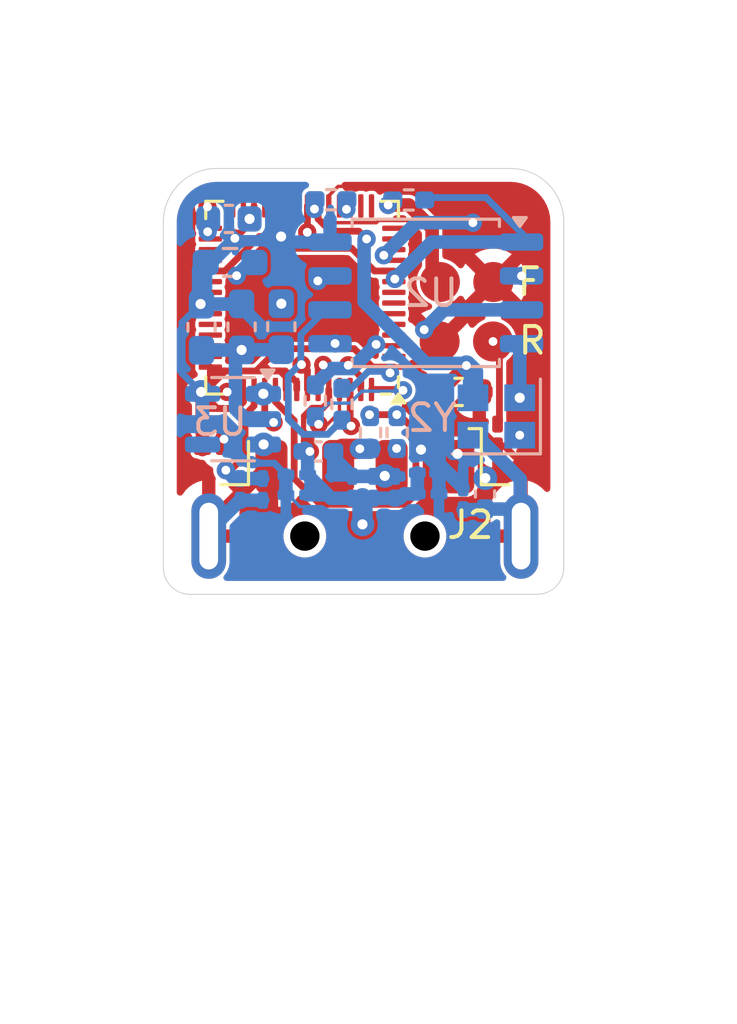
<source format=kicad_pcb>
(kicad_pcb (version 20241229) (generator "pcbnew") (generator_version "9.0")
  (layers (0 "F.Cu" signal "Front") (4 "In1.Cu" signal) (6 "In2.Cu" signal) (2 "B.Cu" signal "Back") (13 "F.Paste" user) (15 "B.Paste" user) (5 "F.SilkS" user "F.Silkscreen") (7 "B.SilkS" user "B.Silkscreen") (1 "F.Mask" user) (3 "B.Mask" user) (25 "Edge.Cuts" user))
  (net 0 "")
  (net 1 "GND")
  (net 2 "Net-(U1-RUN)")
  (net 3 "+3.3V")
  (net 4 "Net-(J2-VBUS)")
  (net 5 "Net-(U1-XIN)")
  (net 6 "Net-(J2-D+)")
  (net 7 "Net-(J2-D-)")
  (net 8 "Net-(U1-USB_DM)")
  (net 9 "Net-(U1-USB_DP)")
  (net 10 "Net-(U1-XOUT)")
  (net 11 "Net-(U1-QSPI_SS)")
  (net 30 "Net-(U1-QSPI_SD0)")
  (net 31 "Net-(U1-QSPI_SD3)")
  (net 37 "Net-(U1-QSPI_SD1)")
  (net 39 "Net-(U1-QSPI_SD2)")
  (net 43 "Net-(U1-QSPI_SCLK)")
  (net 49 "Net-(R3-Pad2)")
  (net 50 "Net-(C23-Pad1)")
  (net 52 "+1V1")
  (net 53 "Net-(U2-~{CS})")
  (net 54 "Net-(U2-CLK)")
  (net 55 "Net-(U1-ADC_AVDD)")
  (footprint "Capacitor_SMD:C_0201_0603Metric_Pad0.64x0.40mm_HandSolder" (layer "F.Cu") (at 152.35 164.1425 90)
    (property "Reference" "C21" (hide yes))
    (property "Value" "100nF" (hide yes))
  )
  (footprint "Capacitor_SMD:C_0603_1608Metric" (layer "F.Cu") (at 150.89 162.53)
    (property "Reference" "C22" (hide yes))
    (property "Value" "15pF" (hide yes))
  )
  (footprint "Capacitor_SMD:C_0201_0603Metric_Pad0.64x0.40mm_HandSolder" (layer "F.Cu") (at 141.6925 163.9)
    (property "Reference" "C10" (hide yes))
    (property "Value" "100nF" (hide yes))
  )
  (footprint "Capacitor_SMD:C_0201_0603Metric_Pad0.64x0.40mm_HandSolder" (layer "F.Cu") (at 141.7025 164.69)
    (property "Reference" "C11" (hide yes))
    (property "Value" "100nF" (hide yes))
  )
  (footprint "Package_DFN_QFN:QFN-56-1EP_7x7mm_P0.4mm_EP3.2x3.2mm" (layer "F.Cu") (at 145.0275 159 180)
    (property "Reference" "U1" (hide yes))
    (property "Value" "RP2040" (hide yes))
  )
  (footprint "Connector_USB:USB_A_Molex_48037-2200_Horizontal" (layer "F.Cu") (at 147.38 176.305 -90)
    (property "Reference" "J2")
    (property "Value" "USB_A" (hide yes))
  )
  (footprint "Button_Switch_SMD:SWPAD" (layer "F.Cu") (at 151.68 159.39)
    (property "Reference" "SW2" (hide yes))
    (property "Value" "RESET" (hide yes))
  )
  (footprint "Button_Switch_SMD:SWPAD" (layer "F.Cu") (at 151.69 157.1625)
    (property "Reference" "SW1" (hide yes))
    (property "Value" "FLASH" (hide yes))
  )
  (footprint "Capacitor_SMD:C_0201_0603Metric_Pad0.64x0.40mm_HandSolder" (layer "B.Cu") (at 148.5 166.1 90)
    (property "Reference" "C6" (hide yes))
    (property "Value" "100nf" (hide yes))
  )
  (footprint "Capacitor_SMD:C_0201_0603Metric_Pad0.64x0.40mm_HandSolder" (layer "B.Cu") (at 144.8275 165.6325)
    (property "Reference" "C14" (hide yes))
    (property "Value" "100nF" (hide yes))
  )
  (footprint "Capacitor_SMD:C_0201_0603Metric_Pad0.64x0.40mm_HandSolder" (layer "B.Cu") (at 143.55 166.1825 -90)
    (property "Reference" "C5" (hide yes))
    (property "Value" "100nF" (hide yes))
  )
  (footprint "Capacitor_SMD:C_0201_0603Metric_Pad0.64x0.40mm_HandSolder" (layer "B.Cu") (at 146.91 166.1 -90)
    (property "Reference" "C16" (hide yes))
    (property "Value" "100nF" (hide yes))
  )
  (footprint "Capacitor_SMD:C_0603_1608Metric_Pad1.08x0.95mm_HandSolder" (layer "B.Cu") (at 142.76 160.095 -90)
    (property "Reference" "C3" (hide yes))
    (property "Value" "10uF" (hide yes))
  )
  (footprint "Capacitor_SMD:C_0201_0603Metric_Pad0.64x0.40mm_HandSolder" (layer "B.Cu") (at 147.7 166.1 -90)
    (property "Reference" "C17" (hide yes))
    (property "Value" "100nF" (hide yes))
  )
  (footprint "Package_TO_SOT_SMD:SOT-23-5" (layer "B.Cu") (at 142.4375 163.55 180)
    (property "Reference" "U3")
    (property "Value" "TLV75533PDBV" (hide yes))
  )
  (footprint "Package_SO:SOIC-8_5.3x5.3mm_P1.27mm" (layer "B.Cu") (at 149.66 158.82 180)
    (property "Reference" "U2")
    (property "Value" "W25Q128JVS" (hide yes))
  )
  (footprint "Capacitor_SMD:C_0201_0603Metric_Pad0.64x0.40mm_HandSolder" (layer "B.Cu") (at 149.75 165.56 180)
    (property "Reference" "C12" (hide yes))
    (property "Value" "100nF" (hide yes))
  )
  (footprint "Resistor_SMD:R_0402_1005Metric_Pad0.72x0.64mm_HandSolder" (layer "B.Cu") (at 148.59 164.0525 90)
    (property "Reference" "R5" (hide yes))
    (property "Value" "27" (hide yes))
  )
  (footprint "Capacitor_SMD:C_0402_1005Metric_Pad0.74x0.62mm_HandSolder" (layer "B.Cu") (at 145.6375 164.76 180)
    (property "Reference" "C9" (hide yes))
    (property "Value" "1uF" (hide yes))
  )
  (footprint "Resistor_SMD:R_0402_1005Metric_Pad0.72x0.64mm_HandSolder" (layer "B.Cu") (at 146.52 162.99 -90)
    (property "Reference" "R8" (hide yes))
    (property "Value" "47k" (hide yes))
  )
  (footprint "Capacitor_SMD:C_0603_1608Metric" (layer "B.Cu") (at 142.285 156.05)
    (property "Reference" "C23" (hide yes))
    (property "Value" "15pF" (hide yes))
  )
  (footprint "Capacitor_SMD:C_0201_0603Metric_Pad0.64x0.40mm_HandSolder" (layer "B.Cu") (at 149.7475 166.35 180)
    (property "Reference" "C13" (hide yes))
    (property "Value" "100nF" (hide yes))
  )
  (footprint "Capacitor_SMD:C_0603_1608Metric_Pad1.08x0.95mm_HandSolder" (layer "B.Cu") (at 141.26 160.1075 -90)
    (property "Reference" "C2" (hide yes))
    (property "Value" "10uF" (hide yes))
  )
  (footprint "Capacitor_SMD:C_0603_1608Metric_Pad1.08x0.95mm_HandSolder" (layer "B.Cu") (at 144.25 160.0875 -90)
    (property "Reference" "C1" (hide yes))
    (property "Value" "10uF" (hide yes))
  )
  (footprint "Capacitor_SMD:C_0201_0603Metric_Pad0.64x0.40mm_HandSolder" (layer "B.Cu") (at 142.7 166.18 -90)
    (property "Reference" "C4" (hide yes))
    (property "Value" "100nF" (hide yes))
  )
  (footprint "Capacitor_SMD:C_0201_0603Metric_Pad0.64x0.40mm_HandSolder" (layer "B.Cu") (at 144.8275 166.3825)
    (property "Reference" "C20" (hide yes))
    (property "Value" "100nF")
  )
  (footprint "Resistor_SMD:R_0402_1005Metric_Pad0.72x0.64mm_HandSolder" (layer "B.Cu") (at 147.59 164.0525 90)
    (property "Reference" "R6" (hide yes))
    (property "Value" "27" (hide yes))
  )
  (footprint "Resistor_SMD:R_0402_1005Metric_Pad0.72x0.64mm_HandSolder" (layer "B.Cu") (at 146.1075 155.33 180)
    (property "Reference" "R4" (hide yes))
    (property "Value" "1k" (hide yes))
  )
  (footprint "Resistor_SMD:R_0402_1005Metric_Pad0.72x0.64mm_HandSolder" (layer "B.Cu") (at 145.52 162.8625 -90)
    (property "Reference" "R7" (hide yes))
    (property "Value" "47k" (hide yes))
  )
  (footprint "Crystal:Crystal_SMD_2520-4Pin_2.5x2.0mm" (layer "B.Cu") (at 152.305 163.45 180)
    (property "Reference" "Y2")
    (property "Value" "XYDBPCNANF-12MHZ" (hide yes))
  )
  (footprint "Capacitor_SMD:C_0201_0603Metric_Pad0.64x0.40mm_HandSolder" (layer "B.Cu") (at 151.06 166.5325 -90)
    (property "Reference" "C15" (hide yes))
    (property "Value" "100nF" (hide yes))
  )
  (footprint "Capacitor_SMD:C_0402_1005Metric_Pad0.74x0.62mm_HandSolder" (layer "B.Cu") (at 151.88 166.35 -90)
    (property "Reference" "C8" (hide yes))
    (property "Value" "1uF" (hide yes))
  )
  (footprint "Resistor_SMD:R_0603_1608Metric_Pad0.98x0.95mm_HandSolder" (layer "B.Cu") (at 142.3275 157.68)
    (property "Reference" "R9" (hide yes))
    (property "Value" "10" (hide yes))
  )
  (footprint "Resistor_SMD:R_0402_1005Metric_Pad0.72x0.64mm_HandSolder" (layer "B.Cu") (at 149.0225 155.34 180)
    (property "Reference" "R3" (hide yes))
    (property "Value" "1k" (hide yes))
  )
  (gr_arc (start 152.83 154.16) (mid 154.244214 154.745786) (end 154.83 156.16) (stroke (width 0.0381)) (layer "Edge.Cuts"))
  (gr_arc (start 154.83 169.11) (mid 154.537107 169.817107) (end 153.83 170.11) (stroke (width 0.0381)) (layer "Edge.Cuts"))
  (gr_arc (start 139.83 156.16) (mid 140.415786 154.745786) (end 141.83 154.16) (stroke (width 0.0381)) (layer "Edge.Cuts"))
  (gr_line (start 141.83 154.16) (end 152.83 154.16) (stroke (width 0.0381)) (layer "Edge.Cuts"))
  (gr_line (start 140.83 170.11) (end 153.83 170.11) (stroke (width 0.0381)) (layer "Edge.Cuts"))
  (gr_arc (start 140.83 170.11) (mid 140.122893 169.817107) (end 139.83 169.11) (stroke (width 0.0381)) (layer "Edge.Cuts"))
  (gr_line (start 139.83 169.11) (end 139.83 156.16) (stroke (width 0.0381)) (layer "Edge.Cuts"))
  (gr_line (start 154.83 156.16) (end 154.83 169.11) (stroke (width 0.0381)) (layer "Edge.Cuts"))
  (gr_text "F" (at 153.01 158.99 0) (layer "F.SilkS") (effects (font (size 1 1)) (justify left bottom)))
  (gr_text "R" (at 153.05 161.19 0) (layer "F.SilkS") (effects (font (size 1 1)) (justify left bottom)))
  (segment (start 153 164.95) (end 153.15 164.95) (width 0.254) (layer "F.Cu") (net 1))
  (segment (start 152.33489 164.55) (end 151.665 163.88011) (width 0.254) (layer "F.Cu") (net 1))
  (segment (start 148.953918 156.1085) (end 149.22 156.374582) (width 0.127) (layer "F.Cu") (net 1))
  (segment (start 151.665 163.88011) (end 151.665 162.53) (width 0.254) (layer "F.Cu") (net 1))
  (segment (start 142.1 163.9) (end 142.1 164.68) (width 0.254) (layer "F.Cu") (net 1))
  (segment (start 146.219 156.1915) (end 147.8085 156.1915) (width 0.127) (layer "F.Cu") (net 1))
  (segment (start 146.0275 155.5625) (end 146.0275 156) (width 0.127) (layer "F.Cu") (net 1))
  (segment (start 149.22 156.374582) (end 149.22 156.49) (width 0.127) (layer "F.Cu") (net 1))
  (segment (start 141.52 167.54) (end 143.87 165.19) (width 0.508) (layer "F.Cu") (net 1))
  (segment (start 146.0275 156) (end 146.219 156.1915) (width 0.127) (layer "F.Cu") (net 1))
  (segment (start 152.35 164.55) (end 152.6 164.55) (width 0.254) (layer "F.Cu") (net 1))
  (segment (start 146.0275 155.182082) (end 146.379582 154.83) (width 0.127) (layer "F.Cu") (net 1))
  (segment (start 146.0275 155.5625) (end 146.0275 155.182082) (width 0.127) (layer "F.Cu") (net 1))
  (segment (start 146.379582 154.83) (end 146.75 154.83) (width 0.127) (layer "F.Cu") (net 1))
  (segment (start 151.275058 162.53) (end 150.652529 163.152529) (width 0.254) (layer "F.Cu") (net 1))
  (segment (start 152.35 164.55) (end 152.33489 164.55) (width 0.254) (layer "F.Cu") (net 1))
  (segment (start 147.8915 156.1085) (end 148.953918 156.1085) (width 0.127) (layer "F.Cu") (net 1))
  (segment (start 147.8085 156.1915) (end 147.8915 156.1085) (width 0.127) (layer "F.Cu") (net 1))
  (segment (start 151.665 162.53) (end 151.275058 162.53) (width 0.254) (layer "F.Cu") (net 1))
  (segment (start 142.1 164.68) (end 142.11 164.69) (width 0.254) (layer "F.Cu") (net 1))
  (segment (start 141.52 167.79) (end 141.52 167.54) (width 0.508) (layer "F.Cu") (net 1))
  (segment (start 152.6 164.55) (end 153 164.95) (width 0.254) (layer "F.Cu") (net 1))
  (via (at 142.76 160.9575) (size 0.889) (drill 0.381) (layers "F.Cu" "B.Cu") (net 1))
  (via (at 147.29 167.49) (size 0.889) (drill 0.381) (layers "F.Cu" "B.Cu") (net 1))
  (via (at 153.18 162.75) (size 0.889) (drill 0.381) (layers "F.Cu" "B.Cu") (net 1))
  (via micro (at 142.1 164.3) (size 0.6858) (drill 0.3302) (layers "F.Cu" "In1.Cu") (net 1))
  (segment (start 145.235 166.3825) (end 145.98 166.3825) (width 0.508) (layer "B.Cu") (net 1))
  (segment (start 153.18 160.7925) (end 153.2475 160.725) (width 0.508) (layer "B.Cu") (net 1))
  (segment (start 151.43 164.15) (end 151.55 164.15) (width 0.508) (layer "B.Cu") (net 1))
  (segment (start 145.235 164.79) (end 145.135 164.69) (width 0.508) (layer "B.Cu") (net 1))
  (segment (start 147.29 167.49) (end 147.29 166.5125) (width 0.762) (layer "B.Cu") (net 1))
  (segment (start 148.85 166.35) (end 149.34 166.35) (width 0.508) (layer "B.Cu") (net 1))
  (segment (start 141.5 167.45) (end 141.8375 167.45) (width 0.508) (layer "B.Cu") (net 1))
  (segment (start 145.135 164.635) (end 145.135 164.69) (width 0.508) (layer "B.Cu") (net 1))
  (segment (start 142.7 166.5875) (end 143.5475 166.5875) (width 0.508) (layer "B.Cu") (net 1))
  (segment (start 152.6675 166.9175) (end 153.2 167.45) (width 0.508) (layer "B.Cu") (net 1))
  (segment (start 142.5305 161.0695) (end 142.5305 163.167999) (width 0.508) (layer "B.Cu") (net 1))
  (segment (start 146.11 166.5125) (end 147.29 166.5125) (width 0.508) (layer "B.Cu") (net 1))
  (segment (start 142.5305 163.167999) (end 142.912501 163.55) (width 0.508) (layer "B.Cu") (net 1))
  (segment (start 153.18 162.75) (end 153.18 160.7925) (width 0.508) (layer "B.Cu") (net 1))
  (segment (start 151.55 164.15) (end 153.2 165.8) (width 0.508) (layer "B.Cu") (net 1))
  (segment (start 144.25 160.95) (end 142.7675 160.95) (width 0.508) (layer "B.Cu") (net 1))
  (segment (start 145.235 165.6325) (end 145.235 166.3825) (width 0.254) (layer "B.Cu") (net 1))
  (segment (start 151.06 166.94) (end 151.8575 166.94) (width 0.508) (layer "B.Cu") (net 1))
  (segment (start 145.235 165.6375) (end 145.235 165.6325) (width 0.508) (layer "B.Cu") (net 1))
  (segment (start 145.235 165.6325) (end 145.235 164.79) (width 0.508) (layer "B.Cu") (net 1))
  (segment (start 146.11 166.5125) (end 145.235 165.6375) (width 0.508) (layer "B.Cu") (net 1))
  (segment (start 142.6425 160.9575) (end 142.6375 160.9625) (width 0.508) (layer "B.Cu") (net 1))
  (segment (start 151.88 166.9175) (end 152.6675 166.9175) (width 0.508) (layer "B.Cu") (net 1))
  (segment (start 141.1625 160.95) (end 141.15 160.9625) (width 0.254) (layer "B.Cu") (net 1))
  (segment (start 148.6875 166.5125) (end 148.85 166.35) (width 0.508) (layer "B.Cu") (net 1))
  (segment (start 142.7675 160.95) (end 142.76 160.9575) (width 0.508) (layer "B.Cu") (net 1))
  (segment (start 149.34 165.5625) (end 149.3425 165.56) (width 0.254) (layer "B.Cu") (net 1))
  (segment (start 145.98 166.3825) (end 146.11 166.5125) (width 0.508) (layer "B.Cu") (net 1))
  (segment (start 142.6425 160.9575) (end 142.5305 161.0695) (width 0.508) (layer "B.Cu") (net 1))
  (segment (start 149.3425 166.3475) (end 149.34 166.35) (width 0.508) (layer "B.Cu") (net 1))
  (segment (start 151.8575 166.94) (end 151.88 166.9175) (width 0.508) (layer "B.Cu") (net 1))
  (segment (start 142.912501 163.55) (end 143.575 163.55) (width 0.508) (layer "B.Cu") (net 1))
  (segment (start 147.29 166.5125) (end 148.6875 166.5125) (width 0.508) (layer "B.Cu") (net 1))
  (segment (start 149.3425 165.56) (end 149.3425 166.3475) (width 0.508) (layer "B.Cu") (net 1))
  (segment (start 142.76 160.9575) (end 142.6425 160.9575) (width 0.508) (layer "B.Cu") (net 1))
  (segment (start 141.8375 167.45) (end 142.7 166.5875) (width 0.508) (layer "B.Cu") (net 1))
  (segment (start 143.5475 166.5875) (end 143.55 166.59) (width 0.508) (layer "B.Cu") (net 1))
  (segment (start 153.2 165.8) (end 153.2 167.45) (width 0.508) (layer "B.Cu") (net 1))
  (segment (start 142.6375 160.9625) (end 141.15 160.9625) (width 0.508) (layer "B.Cu") (net 1))
  (via micro (at 143.06 156.05) (size 0.889) (drill 0.381) (layers "In1.Cu" "B.Cu") (net 1))
  (segment (start 152.42 163.665) (end 152.35 163.735) (width 0.254) (layer "F.Cu") (net 2))
  (segment (start 152.18 160.64) (end 152.42 160.88) (width 0.254) (layer "F.Cu") (net 2))
  (segment (start 143.2275 155.5625) (end 143.2275 156.058355) (width 0.254) (layer "F.Cu") (net 2))
  (segment (start 143.2275 156.058355) (end 142.507355 156.7785) (width 0.254) (layer "F.Cu") (net 2))
  (segment (start 152.42 160.88) (end 152.42 163.665) (width 0.254) (layer "F.Cu") (net 2))
  (via micro (at 152.18 160.64) (size 0.6858) (drill 0.3302) (layers "F.Cu" "In1.Cu") (net 2))
  (via micro (at 142.507355 156.7785) (size 0.6858) (drill 0.3302) (layers "F.Cu" "In1.Cu") (net 2))
  (segment (start 141.2445 162.5445) (end 141.2445 162.53) (width 0.254) (layer "F.Cu") (net 3))
  (segment (start 141.2445 162.5745) (end 141.285 162.615) (width 0.508) (layer "F.Cu") (net 3))
  (segment (start 144.8275 156.0325) (end 144.8275 155.5625) (width 0.254) (layer "F.Cu") (net 3))
  (segment (start 142.155 161.745) (end 141.37 162.53) (width 0.254) (layer "F.Cu") (net 3))
  (segment (start 148.465 161.6) (end 147.67 161.6) (width 0.254) (layer "F.Cu") (net 3))
  (segment (start 147.7375 158) (end 146.8875 157.15) (width 0.254) (layer "F.Cu") (net 3))
  (segment (start 141.59 162.31) (end 141.59 161.98) (width 0.254) (layer "F.Cu") (net 3))
  (segment (start 144.4275 161.967278) (end 144.205222 161.745) (width 0.254) (layer "F.Cu") (net 3))
  (segment (start 142.8275 162.907722) (end 142.585222 163.15) (width 0.254) (layer "F.Cu") (net 3))
  (segment (start 146.8875 157.15) (end 144.68 157.15) (width 0.254) (layer "F.Cu") (net 3))
  (segment (start 141.73 163.03) (end 141.2445 162.5445) (width 0.254) (layer "F.Cu") (net 3))
  (segment (start 141.73 163.15) (end 141.285 163.15) (width 0.254) (layer "F.Cu") (net 3))
  (segment (start 144.145 160.91) (end 143.5575 161.4975) (width 0.254) (layer "F.Cu") (net 3))
  (segment (start 142.13 158) (end 143.42 156.71) (width 0.254) (layer "F.Cu") (net 3))
  (segment (start 142.12 163.15) (end 141.85 163.15) (width 0.254) (layer "F.Cu") (net 3))
  (segment (start 141.825 161.745) (end 141.59 161.98) (width 0.254) (layer "F.Cu") (net 3))
  (segment (start 141.295 164.69) (end 141.295 163.91) (width 0.508) (layer "F.Cu") (net 3))
  (segment (start 141.295 163.91) (end 141.285 163.9) (width 0.508) (layer "F.Cu") (net 3))
  (segment (start 142.12 163.15) (end 141.73 163.15) (width 0.254) (layer "F.Cu") (net 3))
  (segment (start 148.465 158) (end 147.7375 158) (width 0.254) (layer "F.Cu") (net 3))
  (segment (start 146.98 160.91) (end 144.145 160.91) (width 0.254) (layer "F.Cu") (net 3))
  (segment (start 144.24 156.71) (end 144.24 156.62) (width 0.254) (layer "F.Cu") (net 3))
  (segment (start 141.285 163.9) (end 141.285 163.15) (width 0.508) (layer "F.Cu") (net 3))
  (segment (start 141.73 163.15) (end 141.73 163.03) (width 0.254) (layer "F.Cu") (net 3))
  (segment (start 144.205222 161.745) (end 143.98 161.745) (width 0.254) (layer "F.Cu") (net 3))
  (segment (start 141.85 163.15) (end 141.73 163.03) (width 0.254) (layer "F.Cu") (net 3))
  (segment (start 141.37 162.53) (end 141.59 162.31) (width 0.254) (layer "F.Cu") (net 3))
  (segment (start 144.4275 162.4375) (end 144.4275 161.967278) (width 0.254) (layer "F.Cu") (net 3))
  (segment (start 144.8275 162.1725) (end 144.4 161.745) (width 0.254) (layer "F.Cu") (net 3))
  (segment (start 143.805 161.745) (end 143.5575 161.4975) (width 0.254) (layer "F.Cu") (net 3))
  (segment (start 142.155 161.745) (end 141.735 161.745) (width 0.254) (layer "F.Cu") (net 3))
  (segment (start 143.42 156.71) (end 144.24 156.71) (width 0.254) (layer "F.Cu") (net 3))
  (segment (start 142.585222 163.15) (end 142.12 163.15) (width 0.254) (layer "F.Cu") (net 3))
  (segment (start 142.8275 162.4375) (end 142.8275 162.907722) (width 0.254) (layer "F.Cu") (net 3))
  (segment (start 141.2445 162.53) (end 141.2445 162.5745) (width 0.508) (layer "F.Cu") (net 3))
  (segment (start 141.59 158) (end 142.13 158) (width 0.254) (layer "F.Cu") (net 3))
  (segment (start 144.8275 162.4375) (end 144.8275 162.1725) (width 0.254) (layer "F.Cu") (net 3))
  (segment (start 142.155 161.745) (end 141.825 161.745) (width 0.254) (layer "F.Cu") (net 3))
  (segment (start 141.735 161.745) (end 141.59 161.6) (width 0.254) (layer "F.Cu") (net 3))
  (segment (start 144.4 161.745) (end 143.98 161.745) (width 0.254) (layer "F.Cu") (net 3))
  (segment (start 147.67 161.6) (end 146.98 160.91) (width 0.254) (layer "F.Cu") (net 3))
  (segment (start 144.68 157.15) (end 144.24 156.71) (width 0.254) (layer "F.Cu") (net 3))
  (segment (start 143.98 161.745) (end 143.805 161.745) (width 0.254) (layer "F.Cu") (net 3))
  (segment (start 141.2445 162.53) (end 141.37 162.53) (width 0.254) (layer "F.Cu") (net 3))
  (segment (start 143.5575 161.4975) (end 143.31 161.745) (width 0.254) (layer "F.Cu") (net 3))
  (segment (start 141.59 161.6) (end 141.59 161.98) (width 0.254) (layer "F.Cu") (net 3))
  (segment (start 143.31 161.745) (end 142.155 161.745) (width 0.254) (layer "F.Cu") (net 3))
  (segment (start 141.285 162.615) (end 141.285 163.15) (width 0.508) (layer "F.Cu") (net 3))
  (segment (start 144.24 156.62) (end 144.8275 156.0325) (width 0.254) (layer "F.Cu") (net 3))
  (segment (start 143.98 161.745) (end 143.31 161.745) (width 0.254) (layer "F.Cu") (net 3))
  (via (at 144.24 156.71) (size 0.889) (drill 0.381) (layers "F.Cu" "B.Cu") (net 3))
  (via (at 141.2445 162.53) (size 0.889) (drill 0.381) (layers "F.Cu" "B.Cu") (net 3))
  (segment (start 149.4815 164.690507) (end 150.1575 165.366507) (width 0.508) (layer "B.Cu") (net 3))
  (segment (start 143.9875 165.2) (end 143.16 165.2) (width 0.254) (layer "B.Cu") (net 3))
  (segment (start 150.1575 165.56) (end 150.495 165.56) (width 0.508) (layer "B.Cu") (net 3))
  (segment (start 150.495 165.56) (end 150.7375 165.8025) (width 0.508) (layer "B.Cu") (net 3))
  (segment (start 150.1575 164.4925) (end 150.1575 165.2225) (width 0.508) (layer "B.Cu") (net 3))
  (segment (start 150.155 166.35) (end 150.155 165.5625) (width 0.508) (layer "B.Cu") (net 3))
  (segment (start 144.42 165.6325) (end 143.9875 165.2) (width 0.254) (layer "B.Cu") (net 3))
  (segment (start 141.3 162.6) (end 140.53 161.83) (width 0.254) (layer "B.Cu") (net 3))
  (segment (start 144.947986 166.828) (end 145.44 166.828) (width 0.127) (layer "B.Cu") (net 3))
  (segment (start 150.1575 165.2225) (end 150.7375 165.8025) (width 0.508) (layer "B.Cu") (net 3))
  (segment (start 150.1575 165.366507) (end 150.1575 165.56) (width 0.508) (layer "B.Cu") (net 3))
  (segment (start 140.53 159.932) (end 141.2245 159.2375) (width 0.254) (layer "B.Cu") (net 3))
  (segment (start 150.1575 164.4925) (end 150.16 164.49) (width 0.508) (layer "B.Cu") (net 3))
  (segment (start 142.65 159.225) (end 142.65 159.25) (width 0.508) (layer "B.Cu") (net 3))
  (segment (start 141.15 159.2375) (end 141.15 157.945) (width 0.508) (layer "B.Cu") (net 3))
  (segment (start 151.07 164.95) (end 151.07 164.97) (width 0.254) (layer "B.Cu") (net 3))
  (segment (start 142.46 156.84) (end 142.33 156.97) (width 0.508) (layer "B.Cu") (net 3))
  (segment (start 146.27 165.0525) (end 146.91 165.6925) (width 0.508) (layer "B.Cu") (net 3))
  (segment (start 140.53 161.83) (end 140.53 159.932) (width 0.254) (layer "B.Cu") (net 3))
  (segment (start 150.1575 165.56) (end 150.1575 164.4925) (width 0.508) (layer "B.Cu") (net 3))
  (segment (start 146.91 165.6925) (end 148.5 165.6925) (width 0.508) (layer "B.Cu") (net 3))
  (segment (start 144.502486 166.3825) (end 144.947986 166.828) (width 0.127) (layer "B.Cu") (net 3))
  (segment (start 150.7375 165.8025) (end 151.06 166.125) (width 0.508) (layer "B.Cu") (net 3))
  (segment (start 150.62 164.95) (end 151.07 164.95) (width 0.254) (layer "B.Cu") (net 3))
  (segment (start 142.65 159.25) (end 143.5 160.1) (width 0.508) (layer "B.Cu") (net 3))
  (segment (start 141.415 157.68) (end 141.62 157.68) (width 0.508) (layer "B.Cu") (net 3))
  (segment (start 150.155 165.5625) (end 150.1575 165.56) (width 0.508) (layer "B.Cu") (net 3))
  (segment (start 141.62 157.68) (end 142.46 156.84) (width 0.508) (layer "B.Cu") (net 3))
  (segment (start 146.27 164.69) (end 146.27 165.0525) (width 0.508) (layer "B.Cu") (net 3))
  (segment (start 144.42 166.3825) (end 144.42 165.6325) (width 0.508) (layer "B.Cu") (net 3))
  (segment (start 141.15 157.945) (end 141.415 157.68) (width 0.508) (layer "B.Cu") (net 3))
  (segment (start 150.16 164.49) (end 150.62 164.95) (width 0.254) (layer "B.Cu") (net 3))
  (segment (start 144.42 166.3825) (end 144.502486 166.3825) (width 0.127) (layer "B.Cu") (net 3))
  (via micro (at 141.2245 159.2375) (size 0.889) (drill 0.381) (layers "In2.Cu" "B.Cu") (net 3))
  (via micro (at 148.123255 165.676092) (size 0.889) (drill 0.381) (layers "In2.Cu" "B.Cu") (net 3))
  (via micro (at 149.4815 164.690507) (size 0.889) (drill 0.381) (layers "In2.Cu" "B.Cu") (net 3))
  (via micro (at 150.85 164.85) (size 0.889) (drill 0.381) (layers "F.Cu" "In1.Cu") (net 4))
  (via micro (at 144.25 159.225) (size 0.889) (drill 0.381) (layers "In1.Cu" "B.Cu") (net 4))
  (via micro (at 143.585309 164.494962) (size 0.889) (drill 0.381) (layers "In1.Cu" "B.Cu") (net 4))
  (via micro (at 143.575 162.6) (size 0.889) (drill 0.381) (layers "In1.Cu" "B.Cu") (net 4))
  (segment (start 145.6275 156.050428) (end 145.6275 155.5625) (width 0.254) (layer "F.Cu") (net 5))
  (segment (start 146.087072 156.51) (end 145.6275 156.050428) (width 0.254) (layer "F.Cu") (net 5))
  (segment (start 147.444314 156.8) (end 147.154314 156.51) (width 0.254) (layer "F.Cu") (net 5))
  (segment (start 147.154314 156.51) (end 146.087072 156.51) (width 0.254) (layer "F.Cu") (net 5))
  (segment (start 150.19 162.53) (end 151.18 161.54) (width 0.508) (layer "F.Cu") (net 5))
  (segment (start 150.115 162.53) (end 150.19 162.53) (width 0.508) (layer "F.Cu") (net 5))
  (via (at 147.444314 156.8) (size 0.6858) (drill 0.3302) (layers "F.Cu" "B.Cu") (net 5))
  (via (at 151.18 161.54) (size 0.6858) (drill 0.3302) (layers "F.Cu" "B.Cu") (net 5))
  (segment (start 151.1 161.46) (end 151.18 161.54) (width 0.508) (layer "B.Cu") (net 5))
  (segment (start 151.43 161.79) (end 151.18 161.54) (width 0.762) (layer "B.Cu") (net 5))
  (segment (start 147.35 159.15) (end 149.66 161.46) (width 0.508) (layer "B.Cu") (net 5))
  (segment (start 151.43 162.75) (end 151.43 161.79) (width 0.762) (layer "B.Cu") (net 5))
  (segment (start 147.35 156.894314) (end 147.35 159.15) (width 0.508) (layer "B.Cu") (net 5))
  (segment (start 149.66 161.46) (end 151.1 161.46) (width 0.508) (layer "B.Cu") (net 5))
  (segment (start 146.54 164.66) (end 146.35 164.85) (width 0.762) (layer "F.Cu") (net 6))
  (segment (start 146.55 164.65) (end 146.35 164.85) (width 0.508) (layer "F.Cu") (net 6))
  (segment (start 147.19 164.66) (end 146.54 164.66) (width 0.762) (layer "F.Cu") (net 6))
  (via (at 147.19 164.66) (size 0.6858) (drill 0.3302) (layers "F.Cu" "B.Cu") (net 6))
  (segment (start 147.19 164.66) (end 147.58 164.66) (width 0.762) (layer "B.Cu") (net 6))
  (segment (start 147.58 164.66) (end 147.59 164.65) (width 0.762) (layer "B.Cu") (net 6))
  (via (at 148.56804 164.649002) (size 0.6858) (drill 0.3302) (layers "F.Cu" "B.Cu") (net 7))
  (segment (start 143.6275 162.4375) (end 143.6275 163.3375) (width 0.254) (layer "F.Cu") (net 8))
  (segment (start 143.6275 163.3375) (end 143.96 163.67) (width 0.254) (layer "F.Cu") (net 8))
  (via micro (at 143.96 163.67) (size 0.6858) (drill 0.3302) (layers "F.Cu" "In1.Cu") (net 8))
  (via micro (at 148.574297 163.3801) (size 0.6858) (drill 0.3302) (layers "In1.Cu" "B.Cu") (net 8))
  (segment (start 147.564555 163.37) (end 147.552501 163.382054) (width 0.254) (layer "F.Cu") (net 9))
  (segment (start 147.552501 163.489278) (end 147.552501 163.382054) (width 0.254) (layer "F.Cu") (net 9))
  (segment (start 149.29 166.35) (end 149.29 164.00511) (width 0.254) (layer "F.Cu") (net 9))
  (segment (start 144.73 163.6) (end 144.73 165.76761) (width 0.254) (layer "F.Cu") (net 9))
  (segment (start 148.666944 163.382054) (end 147.552501 163.382054) (width 0.254) (layer "F.Cu") (net 9))
  (segment (start 149.29 164.00511) (end 148.666944 163.382054) (width 0.254) (layer "F.Cu") (net 9))
  (segment (start 145.70239 166.74) (end 148.9 166.74) (width 0.254) (layer "F.Cu") (net 9))
  (segment (start 148.9 166.74) (end 149.29 166.35) (width 0.254) (layer "F.Cu") (net 9))
  (segment (start 144.73 165.76761) (end 145.70239 166.74) (width 0.254) (layer "F.Cu") (net 9))
  (segment (start 144.0275 162.8975) (end 144.73 163.6) (width 0.254) (layer "F.Cu") (net 9))
  (segment (start 144.0275 162.4375) (end 144.0275 162.8975) (width 0.254) (layer "F.Cu") (net 9))
  (via (at 147.552501 163.382054) (size 0.6858) (drill 0.3302) (layers "F.Cu" "B.Cu") (net 9))
  (segment (start 145.2275 156.5425) (end 145.22 156.55) (width 0.254) (layer "F.Cu") (net 10))
  (segment (start 145.2275 155.5625) (end 145.2275 156.5425) (width 0.254) (layer "F.Cu") (net 10))
  (via micro (at 145.22 156.55) (size 0.6858) (drill 0.3302) (layers "F.Cu" "In1.Cu") (net 10))
  (via micro (at 145.49 155.68) (size 0.6858) (drill 0.3302) (layers "In1.Cu" "B.Cu") (net 10))
  (segment (start 148.574408 162.469408) (end 148.5425 162.4375) (width 0.254) (layer "F.Cu") (net 11))
  (segment (start 148.807994 162.469408) (end 148.574408 162.469408) (width 0.254) (layer "F.Cu") (net 11))
  (segment (start 148.5425 162.4375) (end 147.6275 162.4375) (width 0.254) (layer "F.Cu") (net 11))
  (via (at 148.807994 162.469408) (size 0.6858) (drill 0.3302) (layers "F.Cu" "B.Cu") (net 11))
  (segment (start 146.03 162.95) (end 145.52 163.46) (width 0.127) (layer "B.Cu") (net 11))
  (segment (start 148.48 162.5) (end 147.271532 162.5) (width 0.127) (layer "B.Cu") (net 11))
  (segment (start 147.271532 162.5) (end 146.821532 162.95) (width 0.127) (layer "B.Cu") (net 11))
  (segment (start 148.807994 162.469408) (end 148.510592 162.469408) (width 0.127) (layer "B.Cu") (net 11))
  (segment (start 148.510592 162.469408) (end 148.48 162.5) (width 0.127) (layer "B.Cu") (net 11))
  (segment (start 146.821532 162.95) (end 146.03 162.95) (width 0.127) (layer "B.Cu") (net 11))
  (segment (start 145.657156 163.753921) (end 145.966079 163.753921) (width 0.127) (layer "F.Cu") (net 30))
  (segment (start 145.966079 163.753921) (end 146.4275 163.2925) (width 0.127) (layer "F.Cu") (net 30))
  (segment (start 145.646685 163.74345) (end 145.657156 163.753921) (width 0.127) (layer "F.Cu") (net 30))
  (segment (start 146.4275 163.2925) (end 146.4275 162.4375) (width 0.127) (layer "F.Cu") (net 30))
  (via micro (at 145.646685 163.74345) (size 0.6858) (drill 0.3302) (layers "F.Cu" "In2.Cu") (net 30))
  (via micro (at 146.262979 160.714921) (size 0.6858) (drill 0.3302) (layers "In2.Cu" "B.Cu") (net 30))
  (segment (start 145.6275 161.5225) (end 145.6275 162.4375) (width 0.254) (layer "F.Cu") (net 31))
  (segment (start 145.807654 161.5069) (end 145.6431 161.5069) (width 0.254) (layer "F.Cu") (net 31))
  (segment (start 145.81877 161.518016) (end 145.807654 161.5069) (width 0.254) (layer "F.Cu") (net 31))
  (segment (start 145.6431 161.5069) (end 145.6275 161.5225) (width 0.254) (layer "F.Cu") (net 31))
  (via micro (at 145.81877 161.518016) (size 0.6858) (drill 0.3302) (layers "F.Cu" "In2.Cu") (net 31))
  (via micro (at 145.6169 158.370469) (size 0.6858) (drill 0.3302) (layers "In2.Cu" "B.Cu") (net 31))
  (segment (start 146.75624 161.530383) (end 146.790605 161.530383) (width 0.254) (layer "F.Cu") (net 37))
  (segment (start 147.2275 161.967278) (end 147.2275 162.4375) (width 0.254) (layer "F.Cu") (net 37))
  (segment (start 146.790605 161.530383) (end 147.2275 161.967278) (width 0.254) (layer "F.Cu") (net 37))
  (via micro (at 146.75624 161.530383) (size 0.6858) (drill 0.3302) (layers "F.Cu" "In2.Cu") (net 37))
  (segment (start 151.42625 156.1911) (end 149.3089 156.1911) (width 0.508) (layer "B.Cu") (net 37))
  (segment (start 149.3089 156.1911) (end 148.088125 157.411875) (width 0.508) (layer "B.Cu") (net 37))
  (via micro (at 151.42625 156.1911) (size 0.6858) (drill 0.3302) (layers "In2.Cu" "B.Cu") (net 37))
  (via micro (at 153.2475 158.185) (size 0.6858) (drill 0.3302) (layers "In2.Cu" "B.Cu") (net 37))
  (via micro (at 148.088125 157.411875) (size 0.6858) (drill 0.3302) (layers "In2.Cu" "B.Cu") (net 37))
  (segment (start 146.8275 162.4375) (end 146.8275 163.775674) (width 0.254) (layer "F.Cu") (net 39))
  (segment (start 146.860926 163.8091) (end 146.739701 163.687875) (width 0.254) (layer "F.Cu") (net 39))
  (segment (start 146.8275 163.775674) (end 146.860926 163.8091) (width 0.254) (layer "F.Cu") (net 39))
  (via micro (at 146.860926 163.8091) (size 0.6858) (drill 0.3302) (layers "F.Cu" "In2.Cu") (net 39))
  (segment (start 153.2475 159.455) (end 150.345 159.455) (width 0.508) (layer "B.Cu") (net 39))
  (segment (start 150.345 159.455) (end 149.6 160.2) (width 0.508) (layer "B.Cu") (net 39))
  (via micro (at 149.6 160.2) (size 0.6858) (drill 0.3302) (layers "In2.Cu" "B.Cu") (net 39))
  (segment (start 145.0485 163.4215) (end 145.1 163.37) (width 0.127) (layer "F.Cu") (net 43))
  (segment (start 145.32 164.73) (end 145.112001 164.522001) (width 0.127) (layer "F.Cu") (net 43))
  (segment (start 145.112285 163.964806) (end 145.112285 163.522094) (width 0.127) (layer "F.Cu") (net 43))
  (segment (start 145.425329 164.624671) (end 145.425329 164.27785) (width 0.127) (layer "F.Cu") (net 43))
  (segment (start 146.0275 162.4375) (end 146.0275 162.907722) (width 0.254) (layer "F.Cu") (net 43))
  (segment (start 145.3 164.42) (end 145.29 164.42) (width 0.127) (layer "F.Cu") (net 43))
  (segment (start 145.27 164.3) (end 145.28 164.3) (width 0.127) (layer "F.Cu") (net 43))
  (segment (start 145.32 164.76) (end 145.0485 164.76) (width 0.127) (layer "F.Cu") (net 43))
  (segment (start 145.425329 164.27785) (end 145.112285 163.964806) (width 0.127) (layer "F.Cu") (net 43))
  (segment (start 145.404576 163.14) (end 145.112001 163.432575) (width 0.254) (layer "F.Cu") (net 43))
  (segment (start 145.23 164.45) (end 145.23 164.53) (width 0.127) (layer "F.Cu") (net 43))
  (segment (start 145.28 164.3) (end 145.18 164.4) (width 0.127) (layer "F.Cu") (net 43))
  (segment (start 145.112285 164.052285) (end 145.39 164.33) (width 0.127) (layer "F.Cu") (net 43))
  (segment (start 145.09 164.36) (end 145.21 164.24) (width 0.127) (layer "F.Cu") (net 43))
  (segment (start 146.0275 162.907722) (end 145.795222 163.14) (width 0.254) (layer "F.Cu") (net 43))
  (segment (start 145.112001 164.522001) (end 145.112001 163.432575) (width 0.127) (layer "F.Cu") (net 43))
  (segment (start 145.32 164.73) (end 145.0485 164.4585) (width 0.127) (layer "F.Cu") (net 43))
  (segment (start 145.21 164.34) (end 145.21 164.24) (width 0.127) (layer "F.Cu") (net 43))
  (segment (start 145.0485 164.4585) (end 145.0485 163.4215) (width 0.127) (layer "F.Cu") (net 43))
  (segment (start 145.21 164.24) (end 145.27 164.3) (width 0.127) (layer "F.Cu") (net 43))
  (segment (start 145.112285 163.522094) (end 145.112285 164.052285) (width 0.127) (layer "F.Cu") (net 43))
  (segment (start 145.32 164.76) (end 145.32 164.73) (width 0.127) (layer "F.Cu") (net 43))
  (segment (start 145.112285 163.522094) (end 145.184379 163.45) (width 0.127) (layer "F.Cu") (net 43))
  (segment (start 145.32 164.73) (end 145.425329 164.624671) (width 0.127) (layer "F.Cu") (net 43))
  (segment (start 145.18 164.4) (end 145.23 164.45) (width 0.127) (layer "F.Cu") (net 43))
  (segment (start 145.29 164.42) (end 145.21 164.34) (width 0.127) (layer "F.Cu") (net 43))
  (segment (start 145.795222 163.14) (end 145.404576 163.14) (width 0.254) (layer "F.Cu") (net 43))
  (segment (start 145.0485 164.76) (end 145.0485 164.36) (width 0.127) (layer "F.Cu") (net 43))
  (segment (start 145.0485 164.36) (end 145.09 164.36) (width 0.127) (layer "F.Cu") (net 43))
  (segment (start 145.39 164.33) (end 145.3 164.42) (width 0.127) (layer "F.Cu") (net 43))
  (via micro (at 145.32 164.76) (size 0.6858) (drill 0.3302) (layers "F.Cu" "In2.Cu") (net 43))
  (segment (start 148.323195 161.817015) (end 148.26618 161.76) (width 0.254) (layer "B.Cu") (net 43))
  (segment (start 146.877334 162.3925) (end 146.52 162.3925) (width 0.254) (layer "B.Cu") (net 43))
  (segment (start 148.26618 161.76) (end 147.509834 161.76) (width 0.254) (layer "B.Cu") (net 43))
  (segment (start 147.509834 161.76) (end 146.877334 162.3925) (width 0.254) (layer "B.Cu") (net 43))
  (via micro (at 148.323195 161.817015) (size 0.6858) (drill 0.3302) (layers "In2.Cu" "B.Cu") (net 43))
  (segment (start 149.028281 155.528281) (end 149.9 156.4) (width 0.508) (layer "F.Cu") (net 49))
  (segment (start 149.9 158.4) (end 150.1775 158.4) (width 0.508) (layer "F.Cu") (net 49))
  (segment (start 149.9 156.4) (end 149.9 158.4) (width 0.508) (layer "F.Cu") (net 49))
  (segment (start 150.1775 158.4) (end 150.19 158.4125) (width 0.508) (layer "F.Cu") (net 49))
  (segment (start 148.252031 155.528281) (end 149.028281 155.528281) (width 0.508) (layer "F.Cu") (net 49))
  (via (at 148.252031 155.528281) (size 0.6858) (drill 0.3302) (layers "F.Cu" "B.Cu") (net 49))
  (via (at 153.18 164.15) (size 0.6858) (drill 0.3302) (layers "F.Cu" "B.Cu") (net 50))
  (via micro (at 146.69 155.69) (size 0.6858) (drill 0.3302) (layers "In2.Cu" "B.Cu") (net 50))
  (via micro (at 141.49 156.53) (size 0.6858) (drill 0.3302) (layers "In2.Cu" "B.Cu") (net 50))
  (segment (start 144.4275 155.092278) (end 144.4275 155.5625) (width 0.254) (layer "F.Cu") (net 52))
  (segment (start 144.195222 154.86) (end 144.4275 155.092278) (width 0.254) (layer "F.Cu") (net 52))
  (segment (start 142.89 164.92) (end 142.89 163.385452) (width 0.254) (layer "F.Cu") (net 52))
  (segment (start 142.3485 165.4615) (end 142.89 164.92) (width 0.254) (layer "F.Cu") (net 52))
  (segment (start 142.01 154.86) (end 144.195222 154.86) (width 0.254) (layer "F.Cu") (net 52))
  (segment (start 145.006043 161.5069) (end 145.2275 161.728357) (width 0.254) (layer "F.Cu") (net 52))
  (segment (start 145.2275 161.728357) (end 145.2275 162.4375) (width 0.254) (layer "F.Cu") (net 52))
  (segment (start 142.89 163.385452) (end 143.2275 163.047952) (width 0.254) (layer "F.Cu") (net 52))
  (segment (start 143.2275 163.047952) (end 143.2275 162.4375) (width 0.254) (layer "F.Cu") (net 52))
  (segment (start 141.48187 155.38813) (end 142.01 154.86) (width 0.254) (layer "F.Cu") (net 52))
  (segment (start 141.48187 155.595064) (end 141.48187 155.38813) (width 0.254) (layer "F.Cu") (net 52))
  (segment (start 142.170337 165.4615) (end 142.3485 165.4615) (width 0.254) (layer "F.Cu") (net 52))
  (via (at 142.170337 165.4615) (size 0.6858) (drill 0.3302) (layers "F.Cu" "B.Cu") (net 52))
  (via micro (at 141.48187 155.595064) (size 0.6858) (drill 0.3302) (layers "F.Cu" "In2.Cu") (net 52))
  (via micro (at 145.006043 161.5069) (size 0.6858) (drill 0.3302) (layers "F.Cu" "In2.Cu") (net 52))
  (segment (start 142.7 165.7725) (end 143.5475 165.7725) (width 0.508) (layer "B.Cu") (net 52))
  (segment (start 143.5475 165.7725) (end 143.55 165.775) (width 0.508) (layer "B.Cu") (net 52))
  (segment (start 142.481337 165.7725) (end 142.170337 165.4615) (width 0.508) (layer "B.Cu") (net 52))
  (segment (start 142.7 165.7725) (end 142.481337 165.7725) (width 0.508) (layer "B.Cu") (net 52))
  (via micro (at 151.89 165.76) (size 0.889) (drill 0.381) (layers "In2.Cu" "B.Cu") (net 52))
  (segment (start 148.5 158.3) (end 149.885 156.915) (width 0.508) (layer "B.Cu") (net 53))
  (segment (start 151.92 155.25) (end 153.58 156.91) (width 0.254) (layer "B.Cu") (net 53))
  (segment (start 146.897 161.653) (end 147.8 160.75) (width 0.508) (layer "B.Cu") (net 53))
  (segment (start 153.575 156.915) (end 153.2475 156.915) (width 0.254) (layer "B.Cu") (net 53))
  (segment (start 149.885 156.915) (end 153.2475 156.915) (width 0.508) (layer "B.Cu") (net 53))
  (segment (start 153.58 156.91) (end 153.575 156.915) (width 0.254) (layer "B.Cu") (net 53))
  (segment (start 145.52 162.265) (end 145.52 162.264062) (width 0.508) (layer "B.Cu") (net 53))
  (segment (start 145.52 162.39) (end 145.52 162.264062) (width 0.508) (layer "B.Cu") (net 53))
  (segment (start 149.62 155.25) (end 151.92 155.25) (width 0.254) (layer "B.Cu") (net 53))
  (segment (start 146.131062 161.653) (end 146.897 161.653) (width 0.508) (layer "B.Cu") (net 53))
  (segment (start 145.52 162.264062) (end 146.131062 161.653) (width 0.508) (layer "B.Cu") (net 53))
  (via micro (at 148.5 158.3) (size 0.6858) (drill 0.3302) (layers "In2.Cu" "B.Cu") (net 53))
  (via micro (at 147.8 160.75) (size 0.6858) (drill 0.3302) (layers "In2.Cu" "B.Cu") (net 53))
  (segment (start 146.52 163.5875) (end 146.466334 163.5875) (width 0.254) (layer "B.Cu") (net 54))
  (segment (start 146.0725 159.455) (end 145.910031 159.455) (width 0.254) (layer "B.Cu") (net 54))
  (segment (start 145.9875 164.12) (end 146.52 163.5875) (width 0.254) (layer "B.Cu") (net 54))
  (segment (start 145.910031 159.455) (end 144.98 160.385031) (width 0.254) (layer "B.Cu") (net 54))
  (segment (start 145.08 164.12) (end 145.9875 164.12) (width 0.254) (layer "B.Cu") (net 54))
  (segment (start 144.98 161.46058) (end 144.51 161.93058) (width 0.254) (layer "B.Cu") (net 54))
  (segment (start 144.51 161.93058) (end 144.51 163.55) (width 0.254) (layer "B.Cu") (net 54))
  (segment (start 144.51 163.55) (end 145.08 164.12) (width 0.254) (layer "B.Cu") (net 54))
  (segment (start 144.98 160.385031) (end 144.98 161.46058) (width 0.254) (layer "B.Cu") (net 54))
  (via micro (at 142.22 162.53) (size 0.6858) (drill 0.3302) (layers "F.Cu" "In1.Cu") (net 55))
  (segment (start 143.24 157.68) (end 143.07 157.68) (width 0.508) (layer "B.Cu") (net 55))
  (segment (start 143.07 157.68) (end 142.575 158.175) (width 0.508) (layer "B.Cu") (net 55))
  (via micro (at 142.575 158.175) (size 0.6858) (drill 0.3302) (layers "In1.Cu" "B.Cu") (net 55))
  (zone (net 1) (net_name "GND") (layer "F.Cu") (connect_pads (clearance 0)) (min_thickness 0.25) (fill yes (thermal_gap 0.5) (thermal_bridge_width 0.5))
    (polygon (pts (xy 157.591642 153.162828) (xy 157.896529 171.303645) (xy 136.7 171.27) (xy 137.07 150.72) (xy 155.5 151.13)))
  )
  (zone (net 3) (net_name "+3.3V") (layer "B.Cu") (priority 1) (connect_pads (clearance 0)) (min_thickness 0.25) (fill yes (thermal_gap 0.5) (thermal_bridge_width 0.5))
    (polygon (pts (xy 159.57 172.71) (xy 158.18 151.41) (xy 137.44 150.67) (xy 136.56 171.55)))
  )
)
</source>
